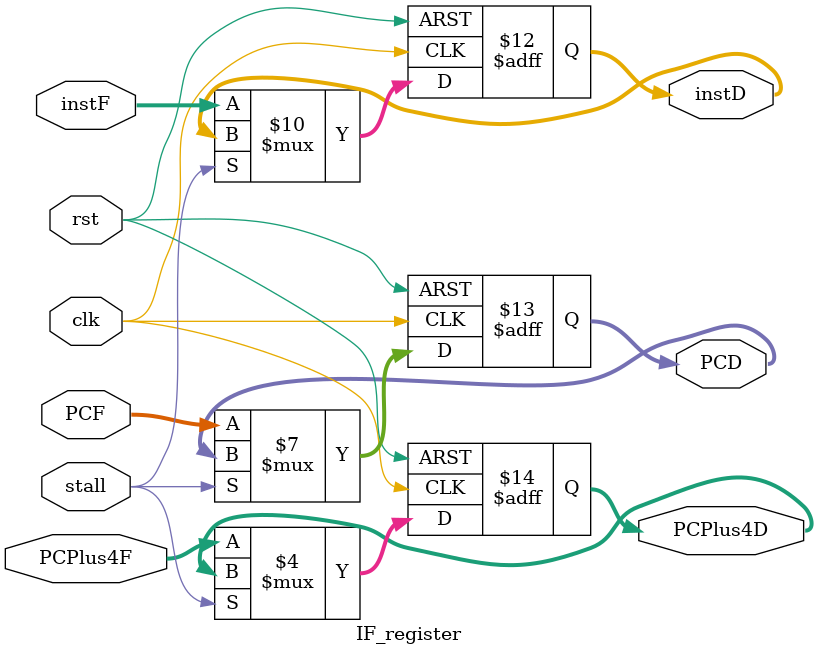
<source format=v>
module IF_register (
	input clk, stall, rst,
	input [31:0] instF, PCF, PCPlus4F,
	output reg [31:0] instD, PCD, PCPlus4D
);

	always @(posedge clk or negedge rst) begin
		if(!rst) begin
			instD <= 0;
			PCD <= 0;
			PCPlus4D <= 0;
		end
		else if(stall) begin 
			instD <= instD;
			PCD <= PCD;
			PCPlus4D <= PCPlus4D;
		end
		else begin
			instD <= instF;
			PCD <= PCF;
			PCPlus4D <= PCPlus4F;
		end
	end
endmodule 
</source>
